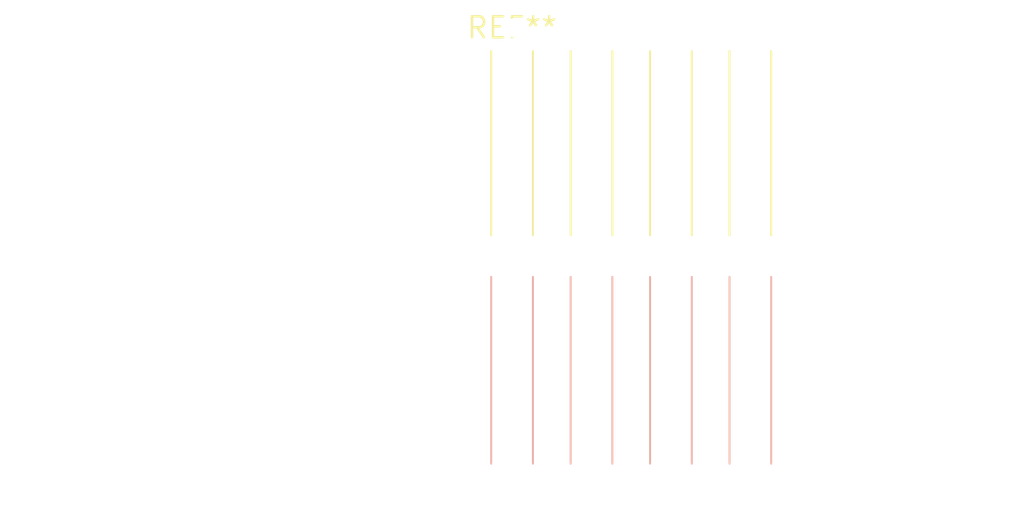
<source format=kicad_pcb>
(kicad_pcb (version 20240108) (generator pcbnew)
  (layers (0 "F.Cu" signal) (31 "B.Cu" signal) (34 "B.Paste" user) (35 "F.Paste" user) (36 "B.SilkS" user "B.Silkscreen") (37 "F.SilkS" user "F.Silkscreen") (38 "B.Mask" user) (39 "F.Mask" user) (44 "Edge.Cuts" user))
  (net 0 "")
  (footprint "SolderWire-0.5sqmm_1x04_P4.8mm_D0.9mm_OD2.3mm_Relief2x" (layer "F.Cu") (at 0 0)
    (property "Reference" "REF**")
    (property "Value" "SolderWire-0.5sqmm_1x04_P4.8mm_D0.9mm_OD2.3mm_Relief2x")
    (fp_line (start -1.26 15.06) (end -1.26 26.34) (layer "B.SilkS") (stroke (width 0.12)))
    (fp_line (start 1.26 15.06) (end 1.26 26.34) (layer "B.SilkS") (stroke (width 0.12)))
    (fp_line (start 3.54 15.06) (end 3.54 26.34) (layer "B.SilkS") (stroke (width 0.12)))
    (fp_line (start 6.06 15.06) (end 6.06 26.34) (layer "B.SilkS") (stroke (width 0.12)))
    (fp_line (start 8.34 15.06) (end 8.34 26.34) (layer "B.SilkS") (stroke (width 0.12)))
    (fp_line (start 10.86 15.06) (end 10.86 26.34) (layer "B.SilkS") (stroke (width 0.12)))
    (fp_line (start 13.14 15.06) (end 13.14 26.34) (layer "B.SilkS") (stroke (width 0.12)))
    (fp_line (start 15.66 15.06) (end 15.66 26.34) (layer "B.SilkS") (stroke (width 0.12)))
    (fp_line (start -1.26 1.41) (end -1.26 12.54) (layer "F.SilkS") (stroke (width 0.12)))
    (fp_line (start 1.26 1.41) (end 1.26 12.54) (layer "F.SilkS") (stroke (width 0.12)))
    (fp_line (start 3.54 1.41) (end 3.54 12.54) (layer "F.SilkS") (stroke (width 0.12)))
    (fp_line (start 6.06 1.41) (end 6.06 12.54) (layer "F.SilkS") (stroke (width 0.12)))
    (fp_line (start 8.34 1.41) (end 8.34 12.54) (layer "F.SilkS") (stroke (width 0.12)))
    (fp_line (start 10.86 1.41) (end 10.86 12.54) (layer "F.SilkS") (stroke (width 0.12)))
    (fp_line (start 13.14 1.41) (end 13.14 12.54) (layer "F.SilkS") (stroke (width 0.12)))
    (fp_line (start 15.66 1.41) (end 15.66 12.54) (layer "F.SilkS") (stroke (width 0.12)))
    (pad "" np_thru_hole circle (at 0 13.8) (size 2.8 2.8) (drill 2.8) (layers *.Cu *.Mask))
    (pad "" np_thru_hole circle (at 0 27.6) (size 2.8 2.8) (drill 2.8) (layers *.Cu *.Mask))
    (pad "" np_thru_hole circle (at 4.8 13.8) (size 2.8 2.8) (drill 2.8) (layers *.Cu *.Mask))
    (pad "" np_thru_hole circle (at 4.8 27.6) (size 2.8 2.8) (drill 2.8) (layers *.Cu *.Mask))
    (pad "" np_thru_hole circle (at 9.6 13.8) (size 2.8 2.8) (drill 2.8) (layers *.Cu *.Mask))
    (pad "" np_thru_hole circle (at 9.6 27.6) (size 2.8 2.8) (drill 2.8) (layers *.Cu *.Mask))
    (pad "" np_thru_hole circle (at 14.4 13.8) (size 2.8 2.8) (drill 2.8) (layers *.Cu *.Mask))
    (pad "" np_thru_hole circle (at 14.4 27.6) (size 2.8 2.8) (drill 2.8) (layers *.Cu *.Mask))
    (pad "1" thru_hole roundrect (at 0 0) (size 2.3 2.3) (drill 1.1) (layers *.Cu *.Mask) (remove_unused_layers) (roundrect_rratio 0.108696))
    (pad "2" thru_hole circle (at 4.8 0) (size 2.3 2.3) (drill 1.1) (layers *.Cu *.Mask) (remove_unused_layers))
    (pad "3" thru_hole circle (at 9.6 0) (size 2.3 2.3) (drill 1.1) (layers *.Cu *.Mask) (remove_unused_layers))
    (pad "4" thru_hole circle (at 14.4 0) (size 2.3 2.3) (drill 1.1) (layers *.Cu *.Mask) (remove_unused_layers))
  )
)
</source>
